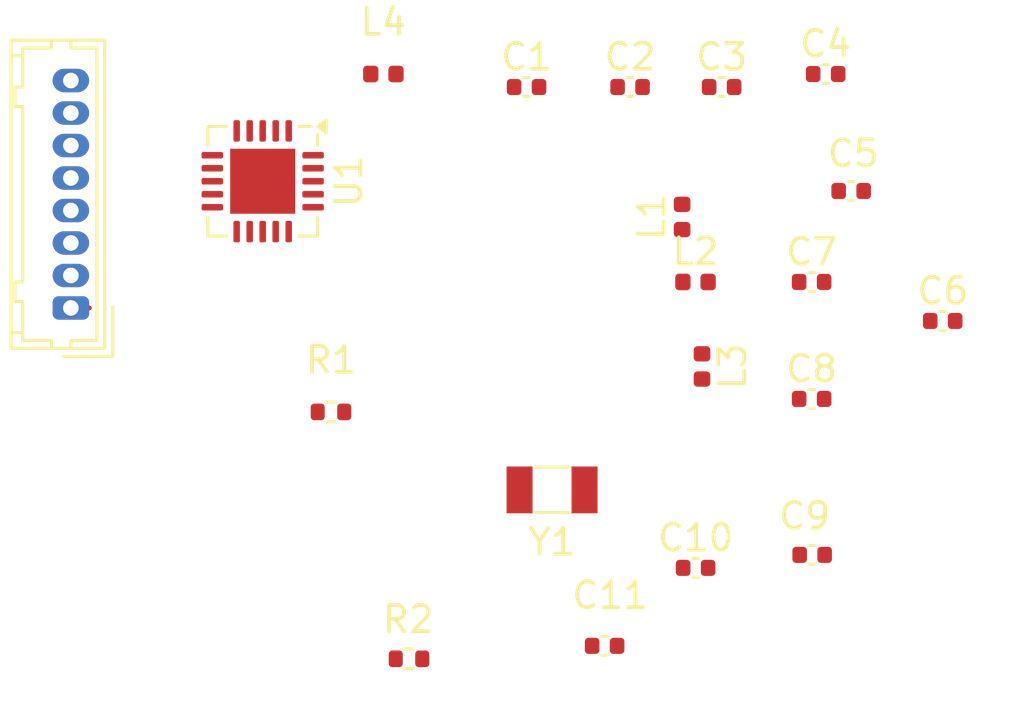
<source format=kicad_pcb>
(kicad_pcb (version 20241229) (generator "pcbnew") (generator_version "9.0")
  (layers (0 "F.Cu" signal) (2 "B.Cu" signal) (13 "F.Paste" user) (15 "B.Paste" user) (5 "F.SilkS" user "F.Silkscreen") (7 "B.SilkS" user "B.Silkscreen") (1 "F.Mask" user) (3 "B.Mask" user) (25 "Edge.Cuts" user))
  (net 0 "")
  (net 1 "VDD")
  (net 2 "GND")
  (net 3 "Net-(U1-DVDD)")
  (net 4 "Net-(U1-XC2)")
  (net 5 "Net-(U1-XC1)")
  (net 6 "Net-(U1-VDD_PA)")
  (net 7 "Net-(C7-Pad2)")
  (net 8 "Net-(C7-Pad1)")
  (net 9 "Net-(C10-Pad1)")
  (net 10 "Net-(AE1-A)")
  (net 11 "Net-(J1-Pin_7)")
  (net 12 "Net-(J1-Pin_5)")
  (net 13 "Net-(J1-Pin_4)")
  (net 14 "Net-(J1-Pin_3)")
  (net 15 "Net-(J1-Pin_6)")
  (net 16 "Net-(J1-Pin_2)")
  (net 17 "Net-(U1-ANT1)")
  (net 18 "Net-(U1-ANT2)")
  (net 19 "Net-(U1-IREF)")
  (footprint "Crystal:Crystal_SMD_3215-2Pin_3.2x1.5mm" (layer "F.Cu") (at 177 89.5 180)
    (property "Reference" "Y1" (at 0 -2 0) (layer "F.SilkS"))
    (property "Value" "16MHz")
    (fp_line (start -0.675 0.875) (end 0.675 0.875) (stroke (width 0.12)) (layer "F.SilkS"))
    (fp_line (start -0.675 -0.875) (end 0.675 -0.875) (stroke (width 0.12)) (layer "F.SilkS"))
    (pad "1" smd rect (at 1.25 0 180) (size 1 1.8) (layers "F.Cu" "F.Mask" "F.Paste") (net 4 "Net-(U1-XC2)"))
    (pad "2" smd rect (at -1.25 0 180) (size 1 1.8) (layers "F.Cu" "F.Mask" "F.Paste") (net 5 "Net-(U1-XC1)"))
  )
  (footprint "Capacitor_SMD:C_0402_1005Metric" (layer "F.Cu") (at 180 74)
    (property "Reference" "C2" (at 0 -1.16 0) (layer "F.SilkS"))
    (property "Value" "1n")
    (fp_line (start -0.107836 -0.36) (end 0.107836 -0.36) (stroke (width 0.12)) (layer "F.SilkS"))
    (fp_line (start -0.107836 0.36) (end 0.107836 0.36) (stroke (width 0.12)) (layer "F.SilkS"))
    (pad "1" smd roundrect (at -0.48 0) (size 0.56 0.62) (layers "F.Cu" "F.Mask" "F.Paste") (net 1 "VDD"))
    (pad "2" smd roundrect (at 0.48 0) (size 0.56 0.62) (layers "F.Cu" "F.Mask" "F.Paste") (net 2 "GND"))
  )
  (footprint "Resistor_SMD:R_0402_1005Metric" (layer "F.Cu") (at 168.5 86.5)
    (property "Reference" "R1" (at 0.01 -2 0) (layer "F.SilkS"))
    (property "Value" "22k")
    (fp_line (start -0.153641 -0.38) (end 0.153641 -0.38) (stroke (width 0.12)) (layer "F.SilkS"))
    (fp_line (start -0.153641 0.38) (end 0.153641 0.38) (stroke (width 0.12)) (layer "F.SilkS"))
    (pad "1" smd roundrect (at -0.51 0) (size 0.54 0.64) (layers "F.Cu" "F.Mask" "F.Paste") (net 19 "Net-(U1-IREF)"))
    (pad "2" smd roundrect (at 0.51 0) (size 0.54 0.64) (layers "F.Cu" "F.Mask" "F.Paste") (net 2 "GND"))
  )
  (footprint "Inductor_SMD:L_0402_1005Metric" (layer "F.Cu") (at 182.515 81.5)
    (property "Reference" "L2" (at 0 -1.17 0) (layer "F.SilkS"))
    (property "Value" "3n9")
    (pad "1" smd roundrect (at -0.485 0) (size 0.59 0.64) (layers "F.Cu" "F.Mask" "F.Paste") (net 17 "Net-(U1-ANT1)"))
    (pad "2" smd roundrect (at 0.485 0) (size 0.59 0.64) (layers "F.Cu" "F.Mask" "F.Paste") (net 8 "Net-(C7-Pad1)"))
  )
  (footprint "Package_DFN_QFN:QFN-20-1EP_4x4mm_P0.5mm_EP2.5x2.5mm" (layer "F.Cu") (at 165.875 77.625 -90)
    (property "Reference" "U1" (at 0 -3.3 90) (layer "F.SilkS"))
    (property "Value" "nRF24L01P" (hide yes))
    (fp_line (start -2.11 2.11) (end -2.11 1.385) (stroke (width 0.12)) (layer "F.SilkS"))
    (fp_line (start -1.385 2.11) (end -2.11 2.11) (stroke (width 0.12)) (layer "F.SilkS"))
    (fp_line (start 1.385 2.11) (end 2.11 2.11) (stroke (width 0.12)) (layer "F.SilkS"))
    (fp_line (start 2.11 2.11) (end 2.11 1.385) (stroke (width 0.12)) (layer "F.SilkS"))
    (fp_line (start -2.11 -1.385) (end -2.11 -1.87) (stroke (width 0.12)) (layer "F.SilkS"))
    (fp_line (start -1.385 -2.11) (end -1.81 -2.11) (stroke (width 0.12)) (layer "F.SilkS"))
    (fp_line (start 1.385 -2.11) (end 2.11 -2.11) (stroke (width 0.12)) (layer "F.SilkS"))
    (fp_line (start 2.11 -2.11) (end 2.11 -1.385) (stroke (width 0.12)) (layer "F.SilkS"))
    (fp_poly (pts (xy -2.11 -2.11) (xy -2.35 -2.44) (xy -1.87 -2.44)) (stroke (width 0.12)) (fill yes) (layer "F.SilkS"))
    (pad "1" smd roundrect (at -1.9375 -1 270) (size 0.825 0.25) (layers "F.Cu" "F.Mask" "F.Paste") (net 15 "Net-(J1-Pin_6)"))
    (pad "2" smd roundrect (at -1.9375 -0.5 270) (size 0.825 0.25) (layers "F.Cu" "F.Mask" "F.Paste") (net 12 "Net-(J1-Pin_5)"))
    (pad "3" smd roundrect (at -1.9375 0 270) (size 0.825 0.25) (layers "F.Cu" "F.Mask" "F.Paste") (net 13 "Net-(J1-Pin_4)"))
    (pad "4" smd roundrect (at -1.9375 0.5 270) (size 0.825 0.25) (layers "F.Cu" "F.Mask" "F.Paste") (net 16 "Net-(J1-Pin_2)"))
    (pad "5" smd roundrect (at -1.9375 1 270) (size 0.825 0.25) (layers "F.Cu" "F.Mask" "F.Paste") (net 14 "Net-(J1-Pin_3)"))
    (pad "6" smd roundrect (at -1 1.9375 270) (size 0.25 0.825) (layers "F.Cu" "F.Mask" "F.Paste") (net 11 "Net-(J1-Pin_7)"))
    (pad "7" smd roundrect (at -0.5 1.9375 270) (size 0.25 0.825) (layers "F.Cu" "F.Mask" "F.Paste") (net 1 "VDD"))
    (pad "8" smd roundrect (at 0 1.9375 270) (size 0.25 0.825) (layers "F.Cu" "F.Mask" "F.Paste") (net 2 "GND"))
    (pad "9" smd roundrect (at 0.5 1.9375 270) (size 0.25 0.825) (layers "F.Cu" "F.Mask" "F.Paste") (net 4 "Net-(U1-XC2)"))
    (pad "10" smd roundrect (at 1 1.9375 270) (size 0.25 0.825) (layers "F.Cu" "F.Mask" "F.Paste") (net 5 "Net-(U1-XC1)"))
    (pad "11" smd roundrect (at 1.9375 1 270) (size 0.825 0.25) (layers "F.Cu" "F.Mask" "F.Paste") (net 6 "Net-(U1-VDD_PA)"))
    (pad "12" smd roundrect (at 1.9375 0.5 270) (size 0.825 0.25) (layers "F.Cu" "F.Mask" "F.Paste") (net 17 "Net-(U1-ANT1)"))
    (pad "13" smd roundrect (at 1.9375 0 270) (size 0.825 0.25) (layers "F.Cu" "F.Mask" "F.Paste") (net 18 "Net-(U1-ANT2)"))
    (pad "14" smd roundrect (at 1.9375 -0.5 270) (size 0.825 0.25) (layers "F.Cu" "F.Mask" "F.Paste") (net 2 "GND"))
    (pad "15" smd roundrect (at 1.9375 -1 270) (size 0.825 0.25) (layers "F.Cu" "F.Mask" "F.Paste") (net 1 "VDD"))
    (pad "16" smd roundrect (at 1 -1.9375 270) (size 0.25 0.825) (layers "F.Cu" "F.Mask" "F.Paste") (net 19 "Net-(U1-IREF)"))
    (pad "17" smd roundrect (at 0.5 -1.9375 270) (size 0.25 0.825) (layers "F.Cu" "F.Mask" "F.Paste") (net 2 "GND"))
    (pad "18" smd roundrect (at 0 -1.9375 270) (size 0.25 0.825) (layers "F.Cu" "F.Mask" "F.Paste") (net 1 "VDD"))
    (pad "19" smd roundrect (at -0.5 -1.9375 270) (size 0.25 0.825) (layers "F.Cu" "F.Mask" "F.Paste") (net 3 "Net-(U1-DVDD)"))
    (pad "20" smd roundrect (at -1 -1.9375 270) (size 0.25 0.825) (layers "F.Cu" "F.Mask" "F.Paste") (net 2 "GND"))
    (pad "21" smd rect (at 0 0 270) (size 2.5 2.5) (property pad_prop_heatsink) (layers "F.Cu" "F.Mask"))
  )
  (footprint "Inductor_SMD:L_0402_1005Metric" (layer "F.Cu") (at 182.765 84.75 -90)
    (property "Reference" "L3" (at 0 -1.17 90) (layer "F.SilkS"))
    (property "Value" "2n7")
    (pad "1" smd roundrect (at -0.485 0 270) (size 0.59 0.64) (layers "F.Cu" "F.Mask" "F.Paste") (net 18 "Net-(U1-ANT2)"))
    (pad "2" smd roundrect (at 0.485 0 270) (size 0.59 0.64) (layers "F.Cu" "F.Mask" "F.Paste") (net 6 "Net-(U1-VDD_PA)"))
  )
  (footprint "Capacitor_SMD:C_0402_1005Metric" (layer "F.Cu") (at 186.98 81.5)
    (property "Reference" "C7" (at 0 -1.16 0) (layer "F.SilkS"))
    (property "Value" "1p5")
    (fp_line (start -0.107836 -0.36) (end 0.107836 -0.36) (stroke (width 0.12)) (layer "F.SilkS"))
    (fp_line (start -0.107836 0.36) (end 0.107836 0.36) (stroke (width 0.12)) (layer "F.SilkS"))
    (pad "1" smd roundrect (at -0.48 0) (size 0.56 0.62) (layers "F.Cu" "F.Mask" "F.Paste") (net 8 "Net-(C7-Pad1)"))
    (pad "2" smd roundrect (at 0.48 0) (size 0.56 0.62) (layers "F.Cu" "F.Mask" "F.Paste") (net 7 "Net-(C7-Pad2)"))
  )
  (footprint "Capacitor_SMD:C_0402_1005Metric" (layer "F.Cu") (at 188.5 78)
    (property "Reference" "C5" (at 0.08 -1.44 0) (layer "F.SilkS"))
    (property "Value" "22p")
    (fp_line (start -0.107836 -0.36) (end 0.107836 -0.36) (stroke (width 0.12)) (layer "F.SilkS"))
    (fp_line (start -0.107836 0.36) (end 0.107836 0.36) (stroke (width 0.12)) (layer "F.SilkS"))
    (pad "1" smd roundrect (at -0.48 0) (size 0.56 0.62) (layers "F.Cu" "F.Mask" "F.Paste") (net 5 "Net-(U1-XC1)"))
    (pad "2" smd roundrect (at 0.48 0) (size 0.56 0.62) (layers "F.Cu" "F.Mask" "F.Paste") (net 2 "GND"))
  )
  (footprint "Resistor_SMD:R_0402_1005Metric" (layer "F.Cu") (at 171.5 96)
    (property "Reference" "R2" (at -0.03 -1.52 0) (layer "F.SilkS"))
    (property "Value" "10M")
    (fp_line (start -0.153641 -0.38) (end 0.153641 -0.38) (stroke (width 0.12)) (layer "F.SilkS"))
    (fp_line (start -0.153641 0.38) (end 0.153641 0.38) (stroke (width 0.12)) (layer "F.SilkS"))
    (pad "1" smd roundrect (at -0.51 0) (size 0.54 0.64) (layers "F.Cu" "F.Mask" "F.Paste") (net 4 "Net-(U1-XC2)"))
    (pad "2" smd roundrect (at 0.51 0) (size 0.54 0.64) (layers "F.Cu" "F.Mask" "F.Paste") (net 5 "Net-(U1-XC1)"))
  )
  (footprint "Capacitor_SMD:C_0402_1005Metric" (layer "F.Cu") (at 176.02 74)
    (property "Reference" "C1" (at 0 -1.16 0) (layer "F.SilkS"))
    (property "Value" "10n")
    (fp_line (start -0.107836 -0.36) (end 0.107836 -0.36) (stroke (width 0.12)) (layer "F.SilkS"))
    (fp_line (start -0.107836 0.36) (end 0.107836 0.36) (stroke (width 0.12)) (layer "F.SilkS"))
    (pad "1" smd roundrect (at -0.48 0) (size 0.56 0.62) (layers "F.Cu" "F.Mask" "F.Paste") (net 1 "VDD"))
    (pad "2" smd roundrect (at 0.48 0) (size 0.56 0.62) (layers "F.Cu" "F.Mask" "F.Paste") (net 2 "GND"))
  )
  (footprint "Capacitor_SMD:C_0402_1005Metric" (layer "F.Cu") (at 186.98 86)
    (property "Reference" "C8" (at 0 -1.16 0) (layer "F.SilkS"))
    (property "Value" "C_Small")
    (fp_line (start -0.107836 -0.36) (end 0.107836 -0.36) (stroke (width 0.12)) (layer "F.SilkS"))
    (fp_line (start -0.107836 0.36) (end 0.107836 0.36) (stroke (width 0.12)) (layer "F.SilkS"))
    (pad "1" smd roundrect (at -0.48 0) (size 0.56 0.62) (layers "F.Cu" "F.Mask" "F.Paste") (net 6 "Net-(U1-VDD_PA)"))
    (pad "2" smd roundrect (at 0.48 0) (size 0.56 0.62) (layers "F.Cu" "F.Mask" "F.Paste") (net 2 "GND"))
  )
  (footprint "Capacitor_SMD:C_0402_1005Metric" (layer "F.Cu") (at 187 92)
    (property "Reference" "C9" (at -0.29 -1.5 0) (layer "F.SilkS"))
    (property "Value" "1p")
    (fp_line (start -0.107836 -0.36) (end 0.107836 -0.36) (stroke (width 0.12)) (layer "F.SilkS"))
    (fp_line (start -0.107836 0.36) (end 0.107836 0.36) (stroke (width 0.12)) (layer "F.SilkS"))
    (pad "1" smd roundrect (at -0.48 0) (size 0.56 0.62) (layers "F.Cu" "F.Mask" "F.Paste") (net 7 "Net-(C7-Pad2)"))
    (pad "2" smd roundrect (at 0.48 0) (size 0.56 0.62) (layers "F.Cu" "F.Mask" "F.Paste") (net 2 "GND"))
  )
  (footprint "Capacitor_SMD:C_0402_1005Metric" (layer "F.Cu") (at 183.52 74)
    (property "Reference" "C3" (at 0 -1.16 0) (layer "F.SilkS"))
    (property "Value" "33n")
    (fp_line (start -0.107836 -0.36) (end 0.107836 -0.36) (stroke (width 0.12)) (layer "F.SilkS"))
    (fp_line (start -0.107836 0.36) (end 0.107836 0.36) (stroke (width 0.12)) (layer "F.SilkS"))
    (pad "1" smd roundrect (at -0.48 0) (size 0.56 0.62) (layers "F.Cu" "F.Mask" "F.Paste") (net 3 "Net-(U1-DVDD)"))
    (pad "2" smd roundrect (at 0.48 0) (size 0.56 0.62) (layers "F.Cu" "F.Mask" "F.Paste") (net 2 "GND"))
  )
  (footprint "Inductor_SMD:L_0402_1005Metric" (layer "F.Cu") (at 170.515 73.5)
    (property "Reference" "L4" (at 0 -2 0) (layer "F.SilkS"))
    (property "Value" "Lx")
    (pad "1" smd roundrect (at -0.485 0) (size 0.59 0.64) (layers "F.Cu" "F.Mask" "F.Paste") (net 9 "Net-(C10-Pad1)"))
    (pad "2" smd roundrect (at 0.485 0) (size 0.59 0.64) (layers "F.Cu" "F.Mask" "F.Paste") (net 10 "Net-(AE1-A)"))
  )
  (footprint "Capacitor_SMD:C_0402_1005Metric" (layer "F.Cu") (at 192.02 83)
    (property "Reference" "C6" (at 0 -1.16 0) (layer "F.SilkS"))
    (property "Value" "C_Small")
    (fp_line (start -0.107836 -0.36) (end 0.107836 -0.36) (stroke (width 0.12)) (layer "F.SilkS"))
    (fp_line (start -0.107836 0.36) (end 0.107836 0.36) (stroke (width 0.12)) (layer "F.SilkS"))
    (pad "1" smd roundrect (at -0.48 0) (size 0.56 0.62) (layers "F.Cu" "F.Mask" "F.Paste") (net 6 "Net-(U1-VDD_PA)"))
    (pad "2" smd roundrect (at 0.48 0) (size 0.56 0.62) (layers "F.Cu" "F.Mask" "F.Paste") (net 2 "GND"))
  )
  (footprint "Connector_Hirose:Hirose_DF13-08P-1.25DSA_1x08_P1.25mm_Vertical" (layer "F.Cu") (at 158.5 82.5 90)
    (property "Reference" "J1" (hide yes))
    (property "Value" "Conn_01x08_Pin" (hide yes))
    (fp_line (start 10.3 -2.3) (end -1.55 -2.3) (stroke (width 0.12)) (layer "F.SilkS"))
    (fp_line (start -1.55 -2.3) (end -1.55 1.3) (stroke (width 0.12)) (layer "F.SilkS"))
    (fp_line (start 8.5 -2.15) (end 8.5 -1.85) (stroke (width 0.12)) (layer "F.SilkS"))
    (fp_line (start 7.75 -2.15) (end 8.5 -2.15) (stroke (width 0.12)) (layer "F.SilkS"))
    (fp_line (start 1 -2.15) (end 1 -1.85) (stroke (width 0.12)) (layer "F.SilkS"))
    (fp_line (start 0.25 -2.15) (end 1 -2.15) (stroke (width 0.12)) (layer "F.SilkS"))
    (fp_line (start 10 -1.85) (end 9.7 -1.85) (stroke (width 0.12)) (layer "F.SilkS"))
    (fp_line (start 9.7 -1.85) (end 9.7 -2.3) (stroke (width 0.12)) (layer "F.SilkS"))
    (fp_line (start 8.5 -1.85) (end 9.7 -1.85) (stroke (width 0.12)) (layer "F.SilkS"))
    (fp_line (start 7.75 -1.85) (end 7.75 -2.15) (stroke (width 0.12)) (layer "F.SilkS"))
    (fp_line (start 1 -1.85) (end 7.75 -1.85) (stroke (width 0.12)) (layer "F.SilkS"))
    (fp_line (start 0.25 -1.85) (end 0.25 -2.15) (stroke (width 0.12)) (layer "F.SilkS"))
    (fp_line (start -0.95 -1.85) (end -0.95 -2.3) (stroke (width 0.12)) (layer "F.SilkS"))
    (fp_line (start -0.95 -1.85) (end 0.25 -1.85) (stroke (width 0.12)) (layer "F.SilkS"))
    (fp_line (start -1.25 -1.85) (end -0.95 -1.85) (stroke (width 0.12)) (layer "F.SilkS"))
    (fp_line (start 10.3 -0.75) (end 10 -0.75) (stroke (width 0.12)) (layer "F.SilkS"))
    (fp_line (start 10 -0.75) (end 10 -1.85) (stroke (width 0.12)) (layer "F.SilkS"))
    (fp_line (start -1.25 -0.75) (end -1.25 -1.85) (stroke (width 0.12)) (layer "F.SilkS"))
    (fp_line (start -1.55 -0.75) (end -1.25 -0.75) (stroke (width 0.12)) (layer "F.SilkS"))
    (fp_line (start -1.86 -0.3) (end -1.86 1.61) (stroke (width 0.12)) (layer "F.SilkS"))
    (fp_line (start 10 0) (end 10.3 0) (stroke (width 0.12)) (layer "F.SilkS"))
    (fp_line (start -1.25 0) (end -1.25 1) (stroke (width 0.12)) (layer "F.SilkS"))
    (fp_line (start -1.55 0) (end -1.25 0) (stroke (width 0.12)) (layer "F.SilkS"))
    (fp_line (start 10 1) (end 10 0) (stroke (width 0.12)) (layer "F.SilkS"))
    (fp_line (start -1.25 1) (end 10 1) (stroke (width 0.12)) (layer "F.SilkS"))
    (fp_line (start 10.3 1.3) (end 10.3 -2.3) (stroke (width 0.12)) (layer "F.SilkS"))
    (fp_line (start -1.55 1.3) (end 10.3 1.3) (stroke (width 0.12)) (layer "F.SilkS"))
    (fp_line (start -1.86 1.61) (end 0.05 1.61) (stroke (width 0.12)) (layer "F.SilkS"))
    (pad "1" thru_hole roundrect (at 0 0 90) (size 0.9 1.4) (drill 0.6) (layers "*.Cu" "*.Mask") (net 1 "VDD"))
    (pad "2" thru_hole oval (at 1.25 0 90) (size 0.9 1.4) (drill 0.6) (layers "*.Cu" "*.Mask") (net 16 "Net-(J1-Pin_2)"))
    (pad "3" thru_hole oval (at 2.5 0 90) (size 0.9 1.4) (drill 0.6) (layers "*.Cu" "*.Mask") (net 14 "Net-(J1-Pin_3)"))
    (pad "4" thru_hole oval (at 3.75 0 90) (size 0.9 1.4) (drill 0.6) (layers "*.Cu" "*.Mask") (net 13 "Net-(J1-Pin_4)"))
    (pad "5" thru_hole oval (at 5 0 90) (size 0.9 1.4) (drill 0.6) (layers "*.Cu" "*.Mask") (net 12 "Net-(J1-Pin_5)"))
    (pad "6" thru_hole oval (at 6.25 0 90) (size 0.9 1.4) (drill 0.6) (layers "*.Cu" "*.Mask") (net 15 "Net-(J1-Pin_6)"))
    (pad "7" thru_hole oval (at 7.5 0 90) (size 0.9 1.4) (drill 0.6) (layers "*.Cu" "*.Mask") (net 11 "Net-(J1-Pin_7)"))
    (pad "8" thru_hole oval (at 8.75 0 90) (size 0.9 1.4) (drill 0.6) (layers "*.Cu" "*.Mask") (net 2 "GND"))
  )
  (footprint "Capacitor_SMD:C_0402_1005Metric" (layer "F.Cu") (at 187.52 73.5)
    (property "Reference" "C4" (at 0 -1.16 0) (layer "F.SilkS"))
    (property "Value" "22p")
    (fp_line (start -0.107836 -0.36) (end 0.107836 -0.36) (stroke (width 0.12)) (layer "F.SilkS"))
    (fp_line (start -0.107836 0.36) (end 0.107836 0.36) (stroke (width 0.12)) (layer "F.SilkS"))
    (pad "1" smd roundrect (at -0.48 0) (size 0.56 0.62) (layers "F.Cu" "F.Mask" "F.Paste") (net 4 "Net-(U1-XC2)"))
    (pad "2" smd roundrect (at 0.48 0) (size 0.56 0.62) (layers "F.Cu" "F.Mask" "F.Paste") (net 2 "GND"))
  )
  (footprint "Capacitor_SMD:C_0402_1005Metric" (layer "F.Cu") (at 179.02 95.5)
    (property "Reference" "C11" (at 0.21 -1.94 0) (layer "F.SilkS"))
    (property "Value" "Cx")
    (fp_line (start -0.107836 -0.36) (end 0.107836 -0.36) (stroke (width 0.12)) (layer "F.SilkS"))
    (fp_line (start -0.107836 0.36) (end 0.107836 0.36) (stroke (width 0.12)) (layer "F.SilkS"))
    (pad "1" smd roundrect (at -0.48 0) (size 0.56 0.62) (layers "F.Cu" "F.Mask" "F.Paste") (net 10 "Net-(AE1-A)"))
    (pad "2" smd roundrect (at 0.48 0) (size 0.56 0.62) (layers "F.Cu" "F.Mask" "F.Paste") (net 2 "GND"))
  )
  (footprint "Inductor_SMD:L_0402_1005Metric" (layer "F.Cu") (at 182 79 90)
    (property "Reference" "L1" (at 0 -1.17 90) (layer "F.SilkS"))
    (property "Value" "8n2")
    (pad "1" smd roundrect (at -0.485 0 90) (size 0.59 0.64) (layers "F.Cu" "F.Mask" "F.Paste") (net 17 "Net-(U1-ANT1)"))
    (pad "2" smd roundrect (at 0.485 0 90) (size 0.59 0.64) (layers "F.Cu" "F.Mask" "F.Paste") (net 18 "Net-(U1-ANT2)"))
  )
  (footprint "Capacitor_SMD:C_0402_1005Metric" (layer "F.Cu") (at 182.52 92.5)
    (property "Reference" "C10" (at 0 -1.16 0) (layer "F.SilkS"))
    (property "Value" "Cx")
    (fp_line (start -0.107836 -0.36) (end 0.107836 -0.36) (stroke (width 0.12)) (layer "F.SilkS"))
    (fp_line (start -0.107836 0.36) (end 0.107836 0.36) (stroke (width 0.12)) (layer "F.SilkS"))
    (pad "1" smd roundrect (at -0.48 0) (size 0.56 0.62) (layers "F.Cu" "F.Mask" "F.Paste") (net 9 "Net-(C10-Pad1)"))
    (pad "2" smd roundrect (at 0.48 0) (size 0.56 0.62) (layers "F.Cu" "F.Mask" "F.Paste") (net 2 "GND"))
  )
  (segment (start 159.2 82.5) (end 158.5 82.5) (width 0.2) (layer "F.Cu") (net 1))
  (segment (start 158.75 80) (end 158.5 79.75) (width 0.2) (layer "F.Cu") (net 14))
  (segment (start 159 81) (end 158.5 81) (width 0.2) (layer "F.Cu") (net 16))
)
</source>
